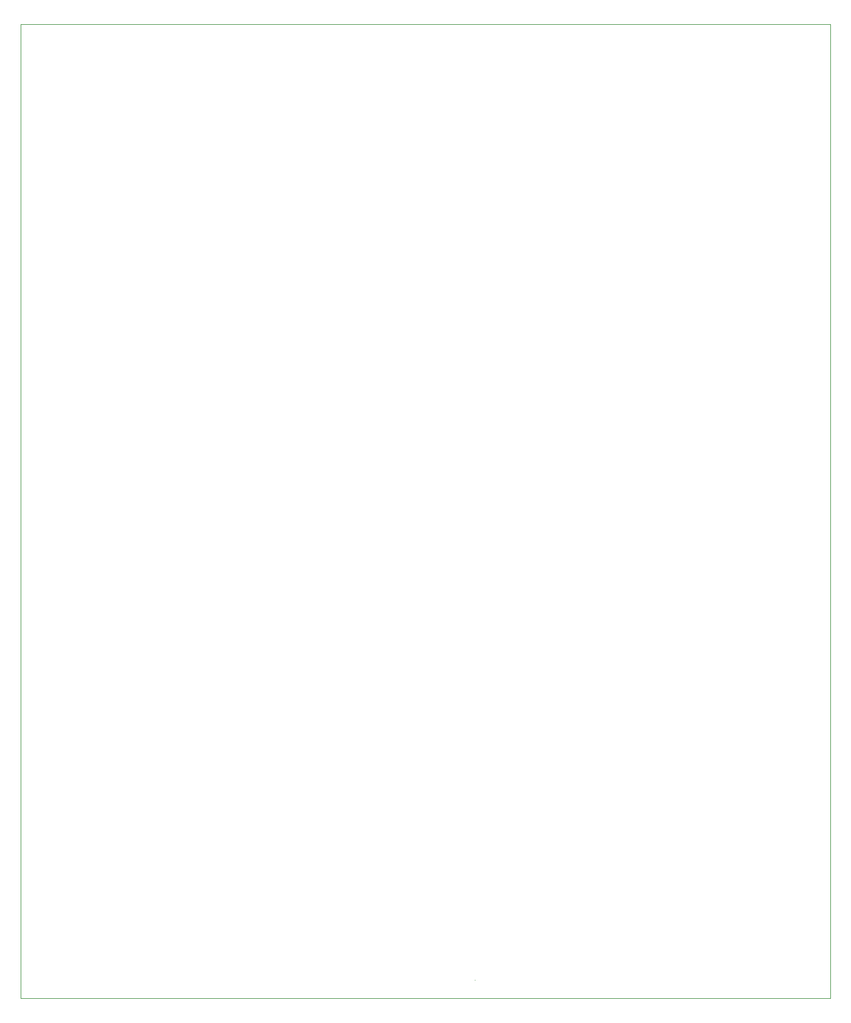
<source format=gbr>
%TF.GenerationSoftware,KiCad,Pcbnew,7.0.10-7.0.10~ubuntu22.04.1*%
%TF.CreationDate,2024-03-14T13:40:30-04:00*%
%TF.ProjectId,dioBreakOutBoard,64696f42-7265-4616-9b4f-7574426f6172,rev?*%
%TF.SameCoordinates,Original*%
%TF.FileFunction,Profile,NP*%
%FSLAX46Y46*%
G04 Gerber Fmt 4.6, Leading zero omitted, Abs format (unit mm)*
G04 Created by KiCad (PCBNEW 7.0.10-7.0.10~ubuntu22.04.1) date 2024-03-14 13:40:30*
%MOMM*%
%LPD*%
G01*
G04 APERTURE LIST*
%TA.AperFunction,Profile*%
%ADD10C,0.050000*%
%TD*%
G04 APERTURE END LIST*
D10*
X242871400Y-159100000D02*
X126742600Y-159100000D01*
X242871400Y-159100000D02*
X242871400Y-19400000D01*
X126742600Y-159100000D02*
X126742600Y-19400000D01*
X242871400Y-19400000D02*
X126742600Y-19400000D01*
X191900000Y-156450000D02*
X191900000Y-156450000D01*
M02*

</source>
